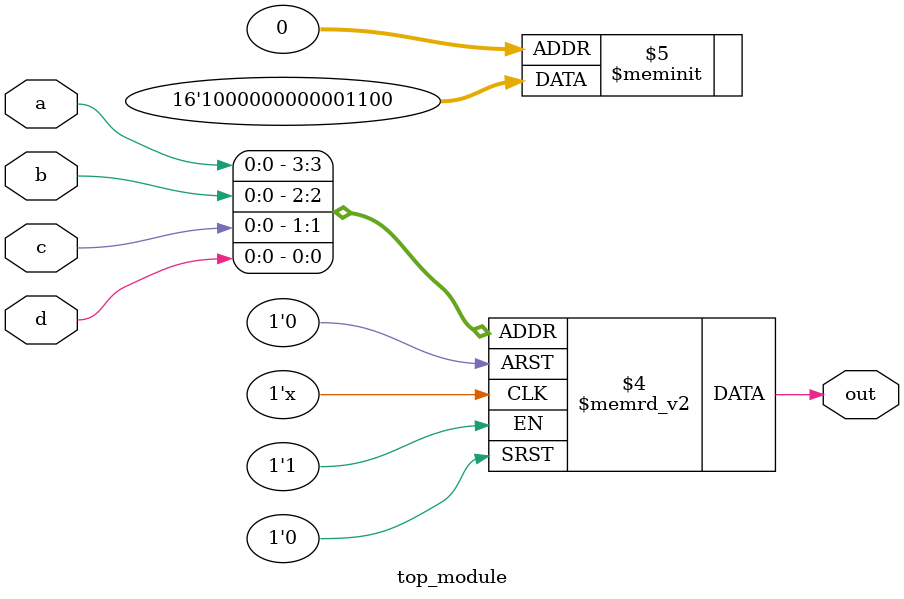
<source format=sv>
module top_module (
    input a,
    input b,
    input c,
    input d,
    output reg out
);

always @(*) begin
    case ({a, b, c, d})
        4'b0000: out = 1'b0;
        4'b0001: out = 1'b0;
        4'b0010: out = 1'b1;
        4'b0011: out = 1'b1;
        4'b0100: out = 1'b0;
        4'b0101: out = 1'b0;
        4'b0110: out = 1'b0;
        4'b0111: out = 1'b0;
        4'b1000: out = 1'b0;
        4'b1001: out = 1'b0;
        4'b1010: out = 1'b0;
        4'b1011: out = 1'b0;
        4'b1100: out = 1'b0;
        4'b1101: out = 1'b0;
        4'b1110: out = 1'b0;
        4'b1111: out = 1'b1;
    endcase
end

endmodule

</source>
